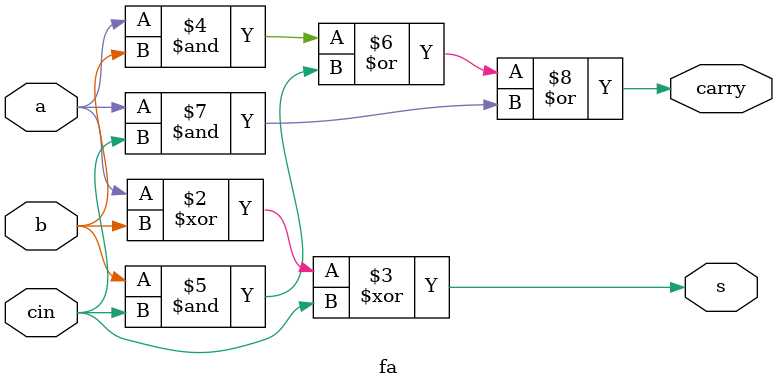
<source format=v>
`timescale 1ns / 1ps


//////////////////////////////////////////////////////////////////////////////////
module fa(s,carry,a,b,cin);
input a,b,cin;
output reg s,carry;

always@(*)
begin
 s=a^b^cin;
 carry=(a&b)|(b&cin)|(a&cin);
end
endmodule
</source>
